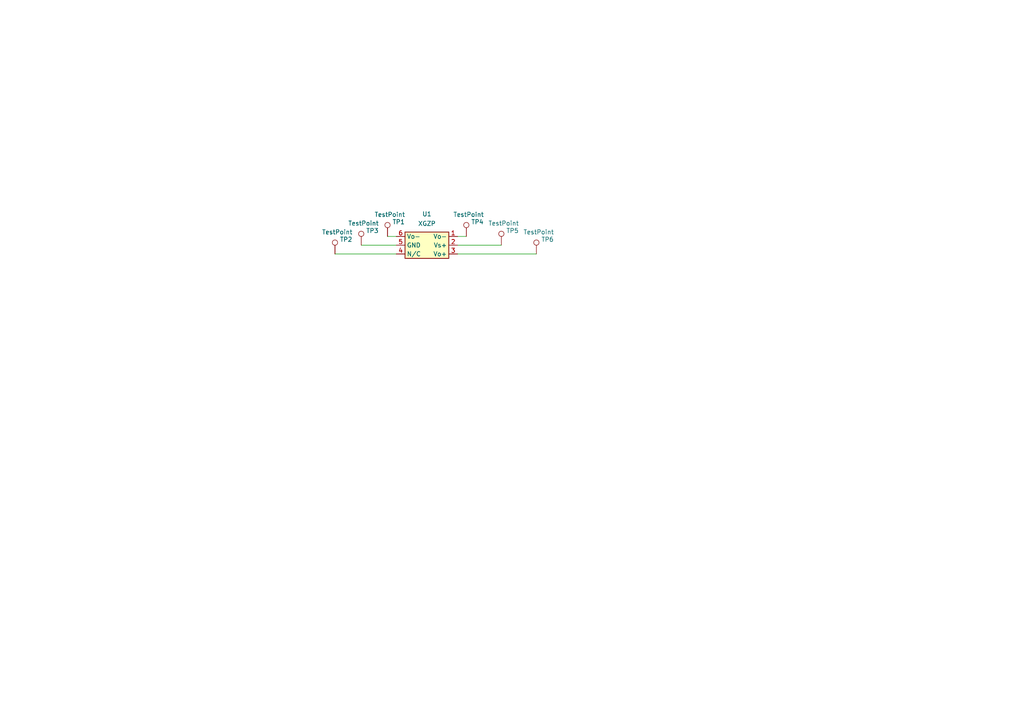
<source format=kicad_sch>
(kicad_sch (version 20230121) (generator eeschema)
  (paper "A4")
  (lib_symbols
    (symbol "Connector:TestPoint" (pin_numbers hide) (pin_names (offset 0.762) hide)
      (property "Reference" "TP" (at 0 6.858 0))
      (property "Value" "TestPoint" (at 0 5.08 0))
      (symbol "TestPoint_0_1"
        (circle (center 0 3.302) (radius 0.762))
      )
      (symbol "TestPoint_1_1"
        (pin passive line (at 0 0 90) (length 2.54) (name "1") (number "1"))
      )
    )
    (symbol "index:XGZP"
      (property "Reference" "U" (at 0 -7.62 0))
      (property "Value" "XGZP" (at 0 -5.08 0))
      (symbol "XGZP_0_0"
        (pin passive line (at -8.89 -2.54 0) (length 2.54) (name "N/C") (number "4"))
      )
      (symbol "XGZP_0_1"
        (rectangle (start -6.35 3.81) (end 6.35 -3.81) (stroke (width 0.254)) (fill (type background)))
      )
      (symbol "XGZP_1_1"
        (pin passive line (at 8.89 2.54 180) (length 2.54) (name "Vo-") (number "1"))
        (pin input line (at 8.89 0 180) (length 2.54) (name "Vs+") (number "2"))
        (pin passive line (at 8.89 -2.54 180) (length 2.54) (name "Vo+") (number "3"))
        (pin input line (at -8.89 0 0) (length 2.54) (name "GND") (number "5"))
        (pin passive line (at -8.89 2.54 0) (length 2.54) (name "Vo-") (number "6"))
      )
    )
  )
  (wire (pts (xy 104.775 71.12) (xy 114.935 71.12)))
  (wire (pts (xy 132.715 68.58) (xy 135.255 68.58)))
  (wire (pts (xy 97.155 73.66) (xy 114.935 73.66)))
  (wire (pts (xy 132.715 73.66) (xy 155.575 73.66)))
  (wire (pts (xy 132.715 71.12) (xy 145.415 71.12)))
  (wire (pts (xy 112.395 68.58) (xy 114.935 68.58)))
  (symbol (lib_id "Connector:TestPoint") (at 97.155 73.66 0) (unit 1)
    (property "Reference" "TP2" (at 98.552 69.4495 0) (effects (justify left)))
    (property "Value" "TestPoint" (at 93.345 67.31 0) (effects (justify left)))
    (property "Footprint" "TestPoint:TestPoint_THTPad_1.0x1.0mm_Drill0.5mm" (effects hide))
  )
  (symbol (lib_id "Connector:TestPoint") (at 155.575 73.66 0) (unit 1)
    (property "Reference" "TP6" (at 156.972 69.4495 0) (effects (justify left)))
    (property "Value" "TestPoint" (at 151.765 67.31 0) (effects (justify left)))
    (property "Footprint" "TestPoint:TestPoint_THTPad_1.0x1.0mm_Drill0.5mm" (effects hide))
  )
  (symbol (lib_id "Connector:TestPoint") (at 145.415 71.12 0) (unit 1)
    (property "Reference" "TP5" (at 146.812 66.9095 0) (effects (justify left)))
    (property "Value" "TestPoint" (at 141.605 64.77 0) (effects (justify left)))
    (property "Footprint" "TestPoint:TestPoint_THTPad_1.0x1.0mm_Drill0.5mm" (effects hide))
  )
  (symbol (lib_id "Connector:TestPoint") (at 135.255 68.58 0) (unit 1)
    (property "Reference" "TP4" (at 136.652 64.3695 0) (effects (justify left)))
    (property "Value" "TestPoint" (at 131.445 62.23 0) (effects (justify left)))
    (property "Footprint" "TestPoint:TestPoint_THTPad_1.0x1.0mm_Drill0.5mm" (effects hide))
  )
  (symbol (lib_id "Connector:TestPoint") (at 112.395 68.58 0) (unit 1)
    (property "Reference" "TP1" (at 113.792 64.3695 0) (effects (justify left)))
    (property "Value" "TestPoint" (at 108.585 62.23 0) (effects (justify left)))
    (property "Footprint" "TestPoint:TestPoint_THTPad_1.0x1.0mm_Drill0.5mm" (effects hide))
  )
  (symbol (lib_id "index:XGZP") (at 123.825 71.12 0) (unit 1)
    (property "Reference" "U1" (at 123.825 62.0735 0))
    (property "Value" "XGZP" (at 123.825 64.8486 0))
    (property "Footprint" "index:SO-6_7x7mm_P2.54mm" (effects hide))
    (property "Datasheet" "http://m.eleparts.co.kr/data/goods_old/data/XGZP_SOP6.pdf" (effects hide))
  )
  (symbol (lib_id "Connector:TestPoint") (at 104.775 71.12 0) (unit 1)
    (property "Reference" "TP3" (at 106.172 66.9095 0) (effects (justify left)))
    (property "Value" "TestPoint" (at 100.965 64.77 0) (effects (justify left)))
    (property "Footprint" "TestPoint:TestPoint_THTPad_1.0x1.0mm_Drill0.5mm" (effects hide))
  )
)
</source>
